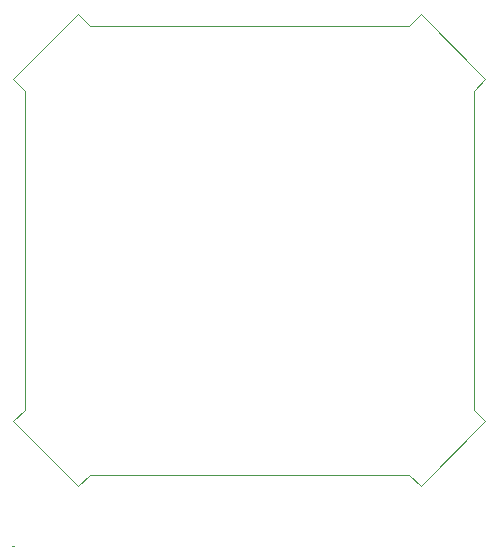
<source format=gbr>
G04 #@! TF.FileFunction,Profile,NP*
%FSLAX46Y46*%
G04 Gerber Fmt 4.6, Leading zero omitted, Abs format (unit mm)*
G04 Created by KiCad (PCBNEW (2014-12-04 BZR 5312)-product) date 8/23/2015 4:43:04 PM*
%MOMM*%
G01*
G04 APERTURE LIST*
%ADD10C,0.100000*%
G04 APERTURE END LIST*
D10*
X169000000Y-76500000D02*
X170000000Y-75500000D01*
X169000000Y-103500000D02*
X169000000Y-76500000D01*
X170000000Y-104500000D02*
X169000000Y-103500000D01*
X163500000Y-71000000D02*
X164500000Y-70000000D01*
X136500000Y-71000000D02*
X163500000Y-71000000D01*
X135500000Y-70000000D02*
X136500000Y-71000000D01*
X163500000Y-109000000D02*
X164500000Y-110000000D01*
X163250000Y-109000000D02*
X163500000Y-109000000D01*
X136500000Y-109000000D02*
X163250000Y-109000000D01*
X135500000Y-110000000D02*
X136500000Y-109000000D01*
X131000000Y-103500000D02*
X130000000Y-104500000D01*
X131000000Y-103250000D02*
X131000000Y-103500000D01*
X131000000Y-76500000D02*
X131000000Y-103250000D01*
X130000000Y-75500000D02*
X131000000Y-76500000D01*
X135500000Y-110000000D02*
X130000000Y-104500000D01*
X170000000Y-104500000D02*
X164500000Y-110000000D01*
X164500000Y-70000000D02*
X170000000Y-75500000D01*
X130000000Y-75500000D02*
X135500000Y-70000000D01*
X130050000Y-115050000D02*
X129950000Y-115050000D01*
M02*

</source>
